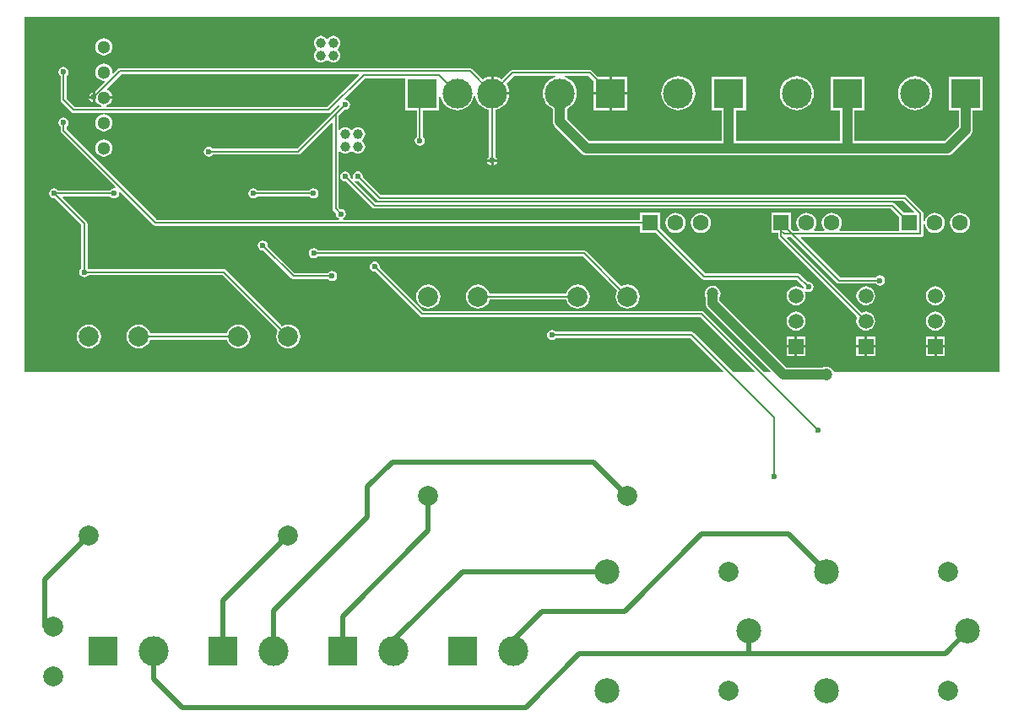
<source format=gbl>
%FSLAX25Y25*%
%MOIN*%
G70*
G01*
G75*
G04 Layer_Physical_Order=2*
G04 Layer_Color=16711680*
%ADD10R,0.02756X0.03937*%
%ADD11R,0.03937X0.02756*%
%ADD12R,0.02165X0.05709*%
%ADD13R,0.05709X0.02165*%
%ADD14R,0.03150X0.04134*%
%ADD15R,0.04724X0.14567*%
%ADD16R,0.16339X0.05000*%
%ADD17R,0.09449X0.02992*%
%ADD18R,0.02992X0.09449*%
%ADD19C,0.01969*%
%ADD20C,0.03937*%
%ADD21C,0.00787*%
%ADD22C,0.03937*%
%ADD23C,0.05118*%
%ADD24C,0.05906*%
%ADD25R,0.05906X0.05906*%
%ADD26R,0.11811X0.11811*%
%ADD27C,0.11811*%
%ADD28C,0.06299*%
%ADD29R,0.06299X0.06299*%
%ADD30C,0.07874*%
%ADD31C,0.09843*%
%ADD32C,0.02362*%
%ADD33C,0.04724*%
G36*
X519357Y236221D02*
X453830D01*
X453539Y236923D01*
X453034Y237581D01*
X452376Y238086D01*
X451610Y238403D01*
X450787Y238511D01*
X449965Y238403D01*
X449268Y238114D01*
X435207D01*
X408685Y264636D01*
Y265705D01*
X408974Y266402D01*
X409082Y267224D01*
X408974Y268047D01*
X408657Y268813D01*
X408152Y269471D01*
X407494Y269976D01*
X406728Y270293D01*
X405905Y270401D01*
X405083Y270293D01*
X404317Y269976D01*
X403659Y269471D01*
X403154Y268813D01*
X402837Y268047D01*
X402729Y267224D01*
X402837Y266402D01*
X403126Y265705D01*
Y263484D01*
X403221Y262765D01*
X403498Y262094D01*
X403940Y261519D01*
X428776Y236682D01*
X428585Y236221D01*
X426383D01*
X402552Y260051D01*
X402161Y260313D01*
X401700Y260404D01*
X401700Y260404D01*
X291799D01*
X274457Y277746D01*
X274507Y278000D01*
X274354Y278768D01*
X273919Y279419D01*
X273268Y279854D01*
X272500Y280007D01*
X271732Y279854D01*
X271081Y279419D01*
X270646Y278768D01*
X270493Y278000D01*
X270646Y277232D01*
X271081Y276581D01*
X271732Y276146D01*
X272500Y275993D01*
X272754Y276043D01*
X290448Y258348D01*
X290448Y258348D01*
X290683Y258192D01*
X290839Y258087D01*
X291300Y257996D01*
X401201D01*
X422514Y236682D01*
X422323Y236221D01*
X414105D01*
X398489Y251836D01*
X398099Y252097D01*
X397638Y252188D01*
X397638Y252188D01*
X344082D01*
X343939Y252403D01*
X343288Y252838D01*
X342520Y252991D01*
X341752Y252838D01*
X341101Y252403D01*
X340665Y251752D01*
X340513Y250984D01*
X340665Y250216D01*
X341101Y249565D01*
X341752Y249130D01*
X342520Y248977D01*
X343288Y249130D01*
X343939Y249565D01*
X344082Y249780D01*
X397139D01*
X410237Y236682D01*
X410045Y236221D01*
X134187D01*
Y376640D01*
X519357D01*
Y236221D01*
D02*
G37*
%LPC*%
G36*
X438850Y260257D02*
X437874Y260128D01*
X436964Y259751D01*
X436183Y259152D01*
X435583Y258370D01*
X435207Y257461D01*
X435078Y256484D01*
X435207Y255508D01*
X435583Y254598D01*
X436183Y253817D01*
X436964Y253217D01*
X437874Y252840D01*
X438850Y252712D01*
X439827Y252840D01*
X440737Y253217D01*
X441518Y253817D01*
X442117Y254598D01*
X442494Y255508D01*
X442623Y256484D01*
X442494Y257461D01*
X442117Y258370D01*
X441518Y259152D01*
X440737Y259751D01*
X439827Y260128D01*
X438850Y260257D01*
D02*
G37*
G36*
X493968D02*
X492992Y260128D01*
X492082Y259751D01*
X491301Y259152D01*
X490701Y258370D01*
X490324Y257461D01*
X490196Y256484D01*
X490324Y255508D01*
X490701Y254598D01*
X491301Y253817D01*
X492082Y253217D01*
X492992Y252840D01*
X493968Y252712D01*
X494945Y252840D01*
X495855Y253217D01*
X496636Y253817D01*
X497235Y254598D01*
X497612Y255508D01*
X497741Y256484D01*
X497612Y257461D01*
X497235Y258370D01*
X496636Y259152D01*
X495855Y259751D01*
X494945Y260128D01*
X493968Y260257D01*
D02*
G37*
G36*
X218685Y255135D02*
X217452Y254973D01*
X216302Y254497D01*
X215316Y253740D01*
X214558Y252753D01*
X214082Y251603D01*
X214078Y251574D01*
X183922D01*
X183918Y251603D01*
X183442Y252753D01*
X182685Y253740D01*
X181698Y254497D01*
X180548Y254973D01*
X179315Y255135D01*
X178082Y254973D01*
X176932Y254497D01*
X175945Y253740D01*
X175188Y252753D01*
X174712Y251603D01*
X174550Y250370D01*
X174712Y249137D01*
X175188Y247987D01*
X175945Y247001D01*
X176932Y246243D01*
X178082Y245767D01*
X179315Y245605D01*
X180548Y245767D01*
X181698Y246243D01*
X182685Y247001D01*
X183442Y247987D01*
X183918Y249137D01*
X183922Y249166D01*
X214078D01*
X214082Y249137D01*
X214558Y247987D01*
X215316Y247001D01*
X216302Y246243D01*
X217452Y245767D01*
X218685Y245605D01*
X219918Y245767D01*
X221068Y246243D01*
X222055Y247001D01*
X222812Y247987D01*
X223288Y249137D01*
X223450Y250370D01*
X223288Y251603D01*
X222812Y252753D01*
X222055Y253740D01*
X221068Y254497D01*
X219918Y254973D01*
X218685Y255135D01*
D02*
G37*
G36*
X493468Y250224D02*
X490228D01*
Y246984D01*
X493468D01*
Y250224D01*
D02*
G37*
G36*
X497709D02*
X494468D01*
Y246984D01*
X497709D01*
Y250224D01*
D02*
G37*
G36*
X293630Y270883D02*
X292397Y270721D01*
X291247Y270245D01*
X290261Y269488D01*
X289503Y268501D01*
X289027Y267351D01*
X288865Y266118D01*
X289027Y264885D01*
X289503Y263735D01*
X290261Y262749D01*
X291247Y261991D01*
X292397Y261515D01*
X293630Y261353D01*
X294863Y261515D01*
X296013Y261991D01*
X297000Y262749D01*
X297757Y263735D01*
X298233Y264885D01*
X298395Y266118D01*
X298233Y267351D01*
X297757Y268501D01*
X297000Y269488D01*
X296013Y270245D01*
X294863Y270721D01*
X293630Y270883D01*
D02*
G37*
G36*
X352685D02*
X351452Y270721D01*
X350302Y270245D01*
X349316Y269488D01*
X348558Y268501D01*
X348082Y267351D01*
X348078Y267322D01*
X317922D01*
X317918Y267351D01*
X317442Y268501D01*
X316685Y269488D01*
X315698Y270245D01*
X314548Y270721D01*
X313315Y270883D01*
X312082Y270721D01*
X310932Y270245D01*
X309946Y269488D01*
X309188Y268501D01*
X308712Y267351D01*
X308550Y266118D01*
X308712Y264885D01*
X309188Y263735D01*
X309946Y262749D01*
X310932Y261991D01*
X312082Y261515D01*
X313315Y261353D01*
X314548Y261515D01*
X315698Y261991D01*
X316685Y262749D01*
X317442Y263735D01*
X317918Y264885D01*
X317922Y264914D01*
X348078D01*
X348082Y264885D01*
X348558Y263735D01*
X349316Y262749D01*
X350302Y261991D01*
X351452Y261515D01*
X352685Y261353D01*
X353918Y261515D01*
X355068Y261991D01*
X356054Y262749D01*
X356812Y263735D01*
X357288Y264885D01*
X357450Y266118D01*
X357288Y267351D01*
X356812Y268501D01*
X356054Y269488D01*
X355068Y270245D01*
X353918Y270721D01*
X352685Y270883D01*
D02*
G37*
G36*
X228346Y288307D02*
X227578Y288154D01*
X226927Y287719D01*
X226492Y287068D01*
X226339Y286300D01*
X226492Y285532D01*
X226927Y284881D01*
X227578Y284446D01*
X228346Y284293D01*
X228600Y284343D01*
X239595Y273348D01*
X239595Y273348D01*
X239829Y273192D01*
X239986Y273087D01*
X240446Y272996D01*
X254137D01*
X254281Y272781D01*
X254932Y272346D01*
X255700Y272193D01*
X256468Y272346D01*
X257119Y272781D01*
X257554Y273432D01*
X257707Y274200D01*
X257554Y274968D01*
X257119Y275619D01*
X256468Y276054D01*
X255700Y276207D01*
X254932Y276054D01*
X254281Y275619D01*
X254137Y275404D01*
X240945D01*
X230303Y286046D01*
X230353Y286300D01*
X230201Y287068D01*
X229766Y287719D01*
X229115Y288154D01*
X228346Y288307D01*
D02*
G37*
G36*
X493968Y270257D02*
X492992Y270128D01*
X492082Y269751D01*
X491301Y269152D01*
X490701Y268370D01*
X490324Y267461D01*
X490196Y266484D01*
X490324Y265508D01*
X490701Y264598D01*
X491301Y263817D01*
X492082Y263217D01*
X492992Y262840D01*
X493968Y262712D01*
X494945Y262840D01*
X495855Y263217D01*
X496636Y263817D01*
X497235Y264598D01*
X497612Y265508D01*
X497741Y266484D01*
X497612Y267461D01*
X497235Y268370D01*
X496636Y269152D01*
X495855Y269751D01*
X494945Y270128D01*
X493968Y270257D01*
D02*
G37*
G36*
X248400Y285307D02*
X247632Y285154D01*
X246981Y284719D01*
X246546Y284068D01*
X246393Y283300D01*
X246546Y282532D01*
X246981Y281881D01*
X247632Y281446D01*
X248400Y281293D01*
X249168Y281446D01*
X249819Y281881D01*
X249963Y282096D01*
X354689D01*
X368261Y268524D01*
X368243Y268501D01*
X367767Y267351D01*
X367605Y266118D01*
X367767Y264885D01*
X368243Y263735D01*
X369001Y262749D01*
X369987Y261991D01*
X371137Y261515D01*
X372370Y261353D01*
X373603Y261515D01*
X374753Y261991D01*
X375740Y262749D01*
X376497Y263735D01*
X376973Y264885D01*
X377135Y266118D01*
X376973Y267351D01*
X376497Y268501D01*
X375740Y269488D01*
X374753Y270245D01*
X373603Y270721D01*
X372370Y270883D01*
X371137Y270721D01*
X369987Y270245D01*
X369964Y270227D01*
X356040Y284152D01*
X355649Y284413D01*
X355188Y284504D01*
X355188Y284504D01*
X249963D01*
X249819Y284719D01*
X249168Y285154D01*
X248400Y285307D01*
D02*
G37*
G36*
X466409Y270257D02*
X465433Y270128D01*
X464523Y269751D01*
X463742Y269152D01*
X463142Y268370D01*
X462766Y267461D01*
X462637Y266484D01*
X462766Y265508D01*
X463142Y264598D01*
X463742Y263817D01*
X464523Y263217D01*
X465433Y262840D01*
X466409Y262712D01*
X467386Y262840D01*
X468296Y263217D01*
X469077Y263817D01*
X469676Y264598D01*
X470053Y265508D01*
X470182Y266484D01*
X470053Y267461D01*
X469676Y268370D01*
X469077Y269152D01*
X468296Y269751D01*
X467386Y270128D01*
X466409Y270257D01*
D02*
G37*
G36*
X470150Y245984D02*
X466909D01*
Y242744D01*
X470150D01*
Y245984D01*
D02*
G37*
G36*
X493468D02*
X490228D01*
Y242744D01*
X493468D01*
Y245984D01*
D02*
G37*
G36*
X465909D02*
X462669D01*
Y242744D01*
X465909D01*
Y245984D01*
D02*
G37*
G36*
X438350D02*
X435110D01*
Y242744D01*
X438350D01*
Y245984D01*
D02*
G37*
G36*
X442591D02*
X439350D01*
Y242744D01*
X442591D01*
Y245984D01*
D02*
G37*
G36*
X497709D02*
X494468D01*
Y242744D01*
X497709D01*
Y245984D01*
D02*
G37*
G36*
X465909Y250224D02*
X462669D01*
Y246984D01*
X465909D01*
Y250224D01*
D02*
G37*
G36*
X470150D02*
X466909D01*
Y246984D01*
X470150D01*
Y250224D01*
D02*
G37*
G36*
X442591D02*
X439350D01*
Y246984D01*
X442591D01*
Y250224D01*
D02*
G37*
G36*
X159630Y255135D02*
X158397Y254973D01*
X157247Y254497D01*
X156261Y253740D01*
X155503Y252753D01*
X155027Y251603D01*
X154865Y250370D01*
X155027Y249137D01*
X155503Y247987D01*
X156261Y247001D01*
X157247Y246243D01*
X158397Y245767D01*
X159630Y245605D01*
X160863Y245767D01*
X162013Y246243D01*
X162999Y247001D01*
X163757Y247987D01*
X164233Y249137D01*
X164395Y250370D01*
X164233Y251603D01*
X163757Y252753D01*
X162999Y253740D01*
X162013Y254497D01*
X160863Y254973D01*
X159630Y255135D01*
D02*
G37*
G36*
X438350Y250224D02*
X435110D01*
Y246984D01*
X438350D01*
Y250224D01*
D02*
G37*
G36*
X372335Y345957D02*
X366142D01*
Y339764D01*
X372335D01*
Y345957D01*
D02*
G37*
G36*
X165545Y358190D02*
X164671Y358075D01*
X163857Y357738D01*
X163158Y357202D01*
X162622Y356503D01*
X162285Y355689D01*
X162170Y354815D01*
X162285Y353941D01*
X162622Y353127D01*
X163158Y352428D01*
X163857Y351892D01*
X164671Y351555D01*
X165545Y351440D01*
X165801Y351473D01*
X166022Y351025D01*
X162100Y347103D01*
Y344900D01*
Y342992D01*
X162368Y343046D01*
X162531Y343155D01*
X162622Y343127D01*
X163158Y342428D01*
X163857Y341892D01*
X164575Y341595D01*
X164477Y341104D01*
X154099D01*
X150804Y344399D01*
Y353358D01*
X151019Y353501D01*
X151454Y354152D01*
X151607Y354920D01*
X151454Y355689D01*
X151019Y356340D01*
X150368Y356775D01*
X149600Y356927D01*
X148832Y356775D01*
X148181Y356340D01*
X147746Y355689D01*
X147593Y354920D01*
X147746Y354152D01*
X148181Y353501D01*
X148396Y353358D01*
Y343900D01*
X148396Y343900D01*
X148487Y343439D01*
X148749Y343049D01*
X152749Y339049D01*
X152749Y339049D01*
X152983Y338892D01*
X153139Y338787D01*
X153600Y338696D01*
X254384D01*
X254384Y338696D01*
X254845Y338787D01*
X255236Y339049D01*
X258303Y342116D01*
X258580Y341968D01*
X258654Y341473D01*
X241785Y324604D01*
X208563D01*
X208419Y324819D01*
X207768Y325254D01*
X207000Y325407D01*
X206232Y325254D01*
X205581Y324819D01*
X205146Y324168D01*
X204993Y323400D01*
X205146Y322632D01*
X205581Y321981D01*
X206232Y321546D01*
X207000Y321393D01*
X207768Y321546D01*
X208419Y321981D01*
X208563Y322196D01*
X242284D01*
X242284Y322196D01*
X242744Y322287D01*
X243135Y322549D01*
X255420Y334834D01*
X255882Y334642D01*
Y300913D01*
X255882Y300913D01*
X255974Y300453D01*
X256235Y300062D01*
X257243Y299054D01*
X257193Y298800D01*
X257346Y298032D01*
X257781Y297381D01*
X258413Y296958D01*
X258268Y296480D01*
X186522D01*
X150804Y332198D01*
Y333337D01*
X151019Y333481D01*
X151454Y334132D01*
X151607Y334900D01*
X151454Y335668D01*
X151019Y336319D01*
X150368Y336754D01*
X149600Y336907D01*
X148832Y336754D01*
X148181Y336319D01*
X147746Y335668D01*
X147593Y334900D01*
X147746Y334132D01*
X148181Y333481D01*
X148396Y333337D01*
Y331699D01*
X148396Y331699D01*
X148487Y331238D01*
X148749Y330848D01*
X170368Y309228D01*
X170132Y308787D01*
X169579Y308897D01*
X168811Y308745D01*
X168160Y308309D01*
X168016Y308094D01*
X147473D01*
X147329Y308309D01*
X146678Y308744D01*
X145910Y308897D01*
X145142Y308744D01*
X144491Y308309D01*
X144056Y307658D01*
X143903Y306890D01*
X144056Y306122D01*
X144491Y305471D01*
X145142Y305035D01*
X145910Y304883D01*
X146164Y304933D01*
X156696Y294401D01*
Y277363D01*
X156481Y277219D01*
X156046Y276568D01*
X155893Y275800D01*
X156046Y275032D01*
X156481Y274381D01*
X157132Y273946D01*
X157900Y273793D01*
X158668Y273946D01*
X159319Y274381D01*
X159463Y274596D01*
X212441D01*
X234261Y252776D01*
X234243Y252753D01*
X233767Y251603D01*
X233605Y250370D01*
X233767Y249137D01*
X234243Y247987D01*
X235000Y247001D01*
X235987Y246243D01*
X237137Y245767D01*
X238370Y245605D01*
X239603Y245767D01*
X240753Y246243D01*
X241740Y247001D01*
X242497Y247987D01*
X242973Y249137D01*
X243135Y250370D01*
X242973Y251603D01*
X242497Y252753D01*
X241740Y253740D01*
X240753Y254497D01*
X239603Y254973D01*
X238370Y255135D01*
X237137Y254973D01*
X235987Y254497D01*
X235964Y254479D01*
X213791Y276652D01*
X213401Y276913D01*
X212940Y277004D01*
X212940Y277004D01*
X159463D01*
X159319Y277219D01*
X159104Y277363D01*
Y294900D01*
X159104Y294900D01*
X159013Y295361D01*
X158751Y295752D01*
X158751Y295752D01*
X149279Y305224D01*
X149471Y305686D01*
X168016D01*
X168160Y305471D01*
X168811Y305036D01*
X169579Y304883D01*
X170347Y305036D01*
X170998Y305471D01*
X171433Y306122D01*
X171586Y306890D01*
X171476Y307443D01*
X171917Y307679D01*
X185172Y294424D01*
X185172Y294424D01*
X185406Y294268D01*
X185563Y294163D01*
X186024Y294071D01*
X377349D01*
Y291339D01*
X383520D01*
X401710Y273148D01*
X401710Y273148D01*
X402100Y272887D01*
X402561Y272796D01*
X439211D01*
X441843Y270163D01*
X441793Y269909D01*
X441882Y269462D01*
X441457Y269198D01*
X440737Y269751D01*
X439827Y270128D01*
X438850Y270257D01*
X437874Y270128D01*
X436964Y269751D01*
X436183Y269152D01*
X435583Y268370D01*
X435207Y267461D01*
X435078Y266484D01*
X435207Y265508D01*
X435583Y264598D01*
X436183Y263817D01*
X436964Y263217D01*
X437874Y262840D01*
X438850Y262712D01*
X439827Y262840D01*
X440737Y263217D01*
X441518Y263817D01*
X442117Y264598D01*
X442494Y265508D01*
X442623Y266484D01*
X442494Y267461D01*
X442278Y267984D01*
X442664Y268301D01*
X443032Y268055D01*
X443800Y267902D01*
X444568Y268055D01*
X445219Y268490D01*
X445654Y269141D01*
X445807Y269909D01*
X445654Y270677D01*
X445219Y271329D01*
X444568Y271764D01*
X443800Y271917D01*
X443546Y271866D01*
X440561Y274851D01*
X440170Y275113D01*
X439709Y275204D01*
X439709Y275204D01*
X403060D01*
X385223Y293042D01*
Y299213D01*
X377349D01*
Y296480D01*
X260132D01*
X259987Y296958D01*
X260619Y297381D01*
X261054Y298032D01*
X261207Y298800D01*
X261054Y299568D01*
X260619Y300219D01*
X259968Y300654D01*
X259200Y300807D01*
X258946Y300757D01*
X258291Y301412D01*
Y323469D01*
X258764Y323630D01*
X258979Y323349D01*
X259555Y322908D01*
X260226Y322630D01*
X260945Y322535D01*
X261664Y322630D01*
X262335Y322908D01*
X262910Y323349D01*
X263195Y323720D01*
X263695D01*
X263979Y323349D01*
X264555Y322908D01*
X265226Y322630D01*
X265945Y322535D01*
X266664Y322630D01*
X267335Y322908D01*
X267910Y323349D01*
X268352Y323925D01*
X268630Y324595D01*
X268725Y325315D01*
X268630Y326034D01*
X268352Y326705D01*
X267910Y327280D01*
X267540Y327565D01*
Y328065D01*
X267910Y328349D01*
X268352Y328925D01*
X268630Y329595D01*
X268725Y330315D01*
X268630Y331034D01*
X268352Y331705D01*
X267910Y332280D01*
X267335Y332722D01*
X266664Y333000D01*
X265945Y333095D01*
X265226Y333000D01*
X264555Y332722D01*
X263979Y332280D01*
X263695Y331910D01*
X263195D01*
X262910Y332280D01*
X262335Y332722D01*
X261664Y333000D01*
X260945Y333095D01*
X260226Y333000D01*
X259555Y332722D01*
X258979Y332280D01*
X258764Y332000D01*
X258291Y332161D01*
Y337704D01*
X260495Y339908D01*
X260748Y339858D01*
X261516Y340010D01*
X262168Y340446D01*
X262603Y341097D01*
X262755Y341865D01*
X262603Y342633D01*
X262168Y343284D01*
X261516Y343719D01*
X260748Y343872D01*
X260733Y343869D01*
X260497Y344310D01*
X268583Y352396D01*
X284646D01*
Y339764D01*
X289150D01*
Y329319D01*
X288935Y329175D01*
X288500Y328524D01*
X288347Y327756D01*
X288500Y326988D01*
X288935Y326337D01*
X289586Y325902D01*
X290354Y325749D01*
X291122Y325902D01*
X291774Y326337D01*
X292209Y326988D01*
X292361Y327756D01*
X292209Y328524D01*
X291774Y329175D01*
X291559Y329319D01*
Y339764D01*
X298031D01*
Y345058D01*
X298526Y345131D01*
X298905Y343883D01*
X299526Y342720D01*
X300363Y341701D01*
X301382Y340865D01*
X302544Y340243D01*
X303806Y339861D01*
X305118Y339731D01*
X306430Y339861D01*
X307692Y340243D01*
X308855Y340865D01*
X309874Y341701D01*
X310710Y342720D01*
X311332Y343883D01*
X311714Y345145D01*
X311758Y345588D01*
X312258D01*
X312301Y345145D01*
X312684Y343883D01*
X313306Y342720D01*
X314142Y341701D01*
X315161Y340865D01*
X316324Y340243D01*
X317586Y339861D01*
X317693Y339850D01*
Y321445D01*
X317478Y321301D01*
X317043Y320650D01*
X316990Y320382D01*
X320805D01*
X320752Y320650D01*
X320317Y321301D01*
X320102Y321445D01*
Y339850D01*
X320210Y339861D01*
X321471Y340243D01*
X322634Y340865D01*
X323653Y341701D01*
X324489Y342720D01*
X325111Y343883D01*
X325494Y345145D01*
X325574Y345957D01*
X318898D01*
Y346457D01*
X318398D01*
Y353133D01*
X317586Y353053D01*
X316324Y352670D01*
X315161Y352048D01*
X315077Y351980D01*
X311006Y356051D01*
X310615Y356313D01*
X310154Y356404D01*
X310154Y356404D01*
X171900D01*
X171900Y356404D01*
X171439Y356313D01*
X171048Y356051D01*
X169335Y354338D01*
X168886Y354559D01*
X168920Y354815D01*
X168805Y355689D01*
X168468Y356503D01*
X167932Y357202D01*
X167233Y357738D01*
X166419Y358075D01*
X165545Y358190D01*
D02*
G37*
G36*
X365142Y345957D02*
X358949D01*
Y339764D01*
X365142D01*
Y345957D01*
D02*
G37*
G36*
X439130Y353182D02*
X437818Y353053D01*
X436556Y352670D01*
X435394Y352048D01*
X434375Y351212D01*
X433538Y350193D01*
X432917Y349030D01*
X432534Y347769D01*
X432405Y346457D01*
X432534Y345145D01*
X432917Y343883D01*
X433538Y342720D01*
X434375Y341701D01*
X435394Y340865D01*
X436556Y340243D01*
X437818Y339861D01*
X439130Y339731D01*
X440442Y339861D01*
X441704Y340243D01*
X442866Y340865D01*
X443886Y341701D01*
X444722Y342720D01*
X445343Y343883D01*
X445726Y345145D01*
X445855Y346457D01*
X445726Y347769D01*
X445343Y349030D01*
X444722Y350193D01*
X443886Y351212D01*
X442866Y352048D01*
X441704Y352670D01*
X440442Y353053D01*
X439130Y353182D01*
D02*
G37*
G36*
X485874D02*
X484562Y353053D01*
X483300Y352670D01*
X482138Y352048D01*
X481118Y351212D01*
X480282Y350193D01*
X479661Y349030D01*
X479278Y347769D01*
X479149Y346457D01*
X479278Y345145D01*
X479661Y343883D01*
X480282Y342720D01*
X481118Y341701D01*
X482138Y340865D01*
X483300Y340243D01*
X484562Y339861D01*
X485874Y339731D01*
X487186Y339861D01*
X488448Y340243D01*
X489610Y340865D01*
X490629Y341701D01*
X491466Y342720D01*
X492087Y343883D01*
X492470Y345145D01*
X492599Y346457D01*
X492470Y347769D01*
X492087Y349030D01*
X491466Y350193D01*
X490629Y351212D01*
X489610Y352048D01*
X488448Y352670D01*
X487186Y353053D01*
X485874Y353182D01*
D02*
G37*
G36*
X161100Y344400D02*
X159692D01*
X159746Y344132D01*
X160181Y343481D01*
X160832Y343046D01*
X161100Y342992D01*
Y344400D01*
D02*
G37*
G36*
X165545Y368190D02*
X164671Y368075D01*
X163857Y367738D01*
X163158Y367202D01*
X162622Y366503D01*
X162285Y365689D01*
X162170Y364815D01*
X162285Y363941D01*
X162622Y363127D01*
X163158Y362428D01*
X163857Y361892D01*
X164671Y361555D01*
X165545Y361440D01*
X166419Y361555D01*
X167233Y361892D01*
X167932Y362428D01*
X168468Y363127D01*
X168805Y363941D01*
X168920Y364815D01*
X168805Y365689D01*
X168468Y366503D01*
X167932Y367202D01*
X167233Y367738D01*
X166419Y368075D01*
X165545Y368190D01*
D02*
G37*
G36*
X256245Y369195D02*
X255525Y369100D01*
X254855Y368822D01*
X254279Y368380D01*
X253995Y368010D01*
X253495D01*
X253210Y368380D01*
X252635Y368822D01*
X251964Y369100D01*
X251245Y369195D01*
X250525Y369100D01*
X249855Y368822D01*
X249279Y368380D01*
X248838Y367805D01*
X248560Y367134D01*
X248465Y366415D01*
X248560Y365696D01*
X248838Y365025D01*
X249279Y364449D01*
X249650Y364165D01*
Y363665D01*
X249279Y363381D01*
X248838Y362805D01*
X248560Y362134D01*
X248465Y361415D01*
X248560Y360696D01*
X248838Y360025D01*
X249279Y359449D01*
X249855Y359008D01*
X250525Y358730D01*
X251245Y358635D01*
X251964Y358730D01*
X252635Y359008D01*
X253210Y359449D01*
X253495Y359820D01*
X253995D01*
X254279Y359449D01*
X254855Y359008D01*
X255525Y358730D01*
X256245Y358635D01*
X256964Y358730D01*
X257635Y359008D01*
X258210Y359449D01*
X258652Y360025D01*
X258930Y360696D01*
X259025Y361415D01*
X258930Y362134D01*
X258652Y362805D01*
X258210Y363381D01*
X257840Y363665D01*
Y364165D01*
X258210Y364449D01*
X258652Y365025D01*
X258930Y365696D01*
X259025Y366415D01*
X258930Y367134D01*
X258652Y367805D01*
X258210Y368380D01*
X257635Y368822D01*
X256964Y369100D01*
X256245Y369195D01*
D02*
G37*
G36*
X357498Y355804D02*
X357498Y355804D01*
X327041D01*
X327041Y355804D01*
X326580Y355713D01*
X326189Y355451D01*
X326189Y355451D01*
X322718Y351980D01*
X322634Y352048D01*
X321471Y352670D01*
X320210Y353053D01*
X319398Y353133D01*
Y346957D01*
X325574D01*
X325494Y347769D01*
X325111Y349030D01*
X324489Y350193D01*
X324421Y350277D01*
X327540Y353396D01*
X343757D01*
X343830Y352901D01*
X343068Y352670D01*
X341905Y352048D01*
X340886Y351212D01*
X340050Y350193D01*
X339428Y349030D01*
X339046Y347769D01*
X338916Y346457D01*
X339046Y345145D01*
X339428Y343883D01*
X340050Y342720D01*
X340886Y341701D01*
X341905Y340865D01*
X342862Y340353D01*
Y335264D01*
X342957Y334544D01*
X343234Y333874D01*
X343676Y333298D01*
X354137Y322838D01*
X354713Y322396D01*
X355383Y322118D01*
X356102Y322024D01*
X498721D01*
X499440Y322118D01*
X500110Y322396D01*
X500686Y322838D01*
X500686Y322838D01*
X500686Y322838D01*
X507839Y329991D01*
X508281Y330567D01*
X508559Y331237D01*
X508654Y331957D01*
Y339764D01*
X512567D01*
Y353150D01*
X499181D01*
Y339764D01*
X503094D01*
Y333108D01*
X497569Y327583D01*
X461910D01*
Y339764D01*
X465823D01*
Y353150D01*
X452437D01*
Y339764D01*
X456350D01*
Y327583D01*
X415166D01*
Y339764D01*
X419079D01*
Y353150D01*
X405693D01*
Y339764D01*
X409606D01*
Y327583D01*
X357254D01*
X348422Y336415D01*
Y340353D01*
X349378Y340865D01*
X350397Y341701D01*
X351234Y342720D01*
X351855Y343883D01*
X352238Y345145D01*
X352367Y346457D01*
X352238Y347769D01*
X351855Y349030D01*
X351234Y350193D01*
X350397Y351212D01*
X349378Y352048D01*
X348216Y352670D01*
X347453Y352901D01*
X347527Y353396D01*
X357000D01*
X358949Y351447D01*
Y346957D01*
X365142D01*
Y353150D01*
X360652D01*
X358350Y355451D01*
X357959Y355713D01*
X357498Y355804D01*
D02*
G37*
G36*
X161100Y346808D02*
X160832Y346754D01*
X160181Y346319D01*
X159746Y345668D01*
X159692Y345400D01*
X161100D01*
Y346808D01*
D02*
G37*
G36*
X372335Y353150D02*
X366142D01*
Y346957D01*
X372335D01*
Y353150D01*
D02*
G37*
G36*
X265866Y315707D02*
X265098Y315554D01*
X264447Y315119D01*
X264012Y314468D01*
X263859Y313700D01*
X264012Y312932D01*
X264087Y312820D01*
X263701Y312502D01*
X262803Y313400D01*
X262854Y313653D01*
X262701Y314421D01*
X262266Y315072D01*
X261615Y315508D01*
X260847Y315660D01*
X260079Y315508D01*
X259428Y315072D01*
X258993Y314421D01*
X258840Y313653D01*
X258993Y312885D01*
X259428Y312234D01*
X260079Y311799D01*
X260847Y311646D01*
X261100Y311697D01*
X271549Y301249D01*
X271549Y301249D01*
X271939Y300987D01*
X271939Y300987D01*
X271939Y300987D01*
D01*
X271939Y300987D01*
X271939Y300987D01*
X272400Y300896D01*
X476325D01*
X479711Y297510D01*
Y292104D01*
X456088D01*
X455867Y292553D01*
X456433Y293290D01*
X456830Y294248D01*
X456965Y295276D01*
X456830Y296303D01*
X456433Y297261D01*
X455802Y298083D01*
X454979Y298715D01*
X454022Y299111D01*
X452994Y299247D01*
X451966Y299111D01*
X451008Y298715D01*
X450186Y298083D01*
X449555Y297261D01*
X449158Y296303D01*
X449023Y295276D01*
X449158Y294248D01*
X449555Y293290D01*
X450121Y292553D01*
X449899Y292104D01*
X446088D01*
X445867Y292553D01*
X446433Y293290D01*
X446830Y294248D01*
X446965Y295276D01*
X446830Y296303D01*
X446433Y297261D01*
X445802Y298083D01*
X444979Y298715D01*
X444022Y299111D01*
X442994Y299247D01*
X441966Y299111D01*
X441008Y298715D01*
X440186Y298083D01*
X439555Y297261D01*
X439158Y296303D01*
X439023Y295276D01*
X439158Y294248D01*
X439555Y293290D01*
X440121Y292553D01*
X439899Y292104D01*
X437868D01*
X436931Y293042D01*
Y299213D01*
X429057D01*
Y291339D01*
X431790D01*
Y289900D01*
X431789Y289900D01*
X431881Y289439D01*
X432142Y289048D01*
X463048Y258142D01*
X462766Y257461D01*
X462637Y256484D01*
X462766Y255508D01*
X463142Y254598D01*
X463742Y253817D01*
X464523Y253217D01*
X465433Y252840D01*
X466409Y252712D01*
X467386Y252840D01*
X468296Y253217D01*
X469077Y253817D01*
X469676Y254598D01*
X470053Y255508D01*
X470182Y256484D01*
X470053Y257461D01*
X469676Y258370D01*
X469077Y259152D01*
X468296Y259751D01*
X467386Y260128D01*
X466409Y260257D01*
X465433Y260128D01*
X464751Y259846D01*
X435363Y289234D01*
X435554Y289696D01*
X436871D01*
X454908Y271658D01*
X454909Y271658D01*
X455299Y271397D01*
X455299Y271397D01*
X455299Y271397D01*
D01*
X455299Y271397D01*
X455299Y271397D01*
X455760Y271305D01*
X455760Y271305D01*
X470437D01*
X470581Y271090D01*
X471232Y270655D01*
X472000Y270502D01*
X472768Y270655D01*
X473419Y271090D01*
X473854Y271741D01*
X474007Y272509D01*
X473854Y273277D01*
X473419Y273929D01*
X472768Y274364D01*
X472000Y274517D01*
X471232Y274364D01*
X470581Y273929D01*
X470437Y273714D01*
X456259D01*
X440739Y289234D01*
X440930Y289696D01*
X488000D01*
X488461Y289787D01*
X488851Y290049D01*
X489113Y290439D01*
X489204Y290900D01*
Y295043D01*
X489703Y295075D01*
X489703Y295075D01*
D01*
X489812Y294248D01*
X490209Y293290D01*
X490840Y292468D01*
X491662Y291837D01*
X492620Y291440D01*
X493648Y291305D01*
X494676Y291440D01*
X495633Y291837D01*
X496456Y292468D01*
X497087Y293290D01*
X497483Y294248D01*
X497619Y295276D01*
X497483Y296303D01*
X497087Y297261D01*
X496456Y298083D01*
X495633Y298715D01*
X494676Y299111D01*
X493648Y299247D01*
X492620Y299111D01*
X491662Y298715D01*
X490840Y298083D01*
X490209Y297261D01*
X489812Y296303D01*
X489703Y295476D01*
X489204Y295508D01*
Y298900D01*
X489113Y299361D01*
X489008Y299517D01*
X488851Y299751D01*
X488851Y299751D01*
X482652Y305951D01*
X482261Y306213D01*
X481800Y306304D01*
X481800Y306304D01*
X274965D01*
X267823Y313446D01*
X267874Y313700D01*
X267721Y314468D01*
X267286Y315119D01*
X266634Y315554D01*
X265866Y315707D01*
D02*
G37*
G36*
X391286Y299247D02*
X390258Y299111D01*
X389300Y298715D01*
X388478Y298083D01*
X387847Y297261D01*
X387450Y296303D01*
X387315Y295276D01*
X387450Y294248D01*
X387847Y293290D01*
X388478Y292468D01*
X389300Y291837D01*
X390258Y291440D01*
X391286Y291305D01*
X392313Y291440D01*
X393271Y291837D01*
X394093Y292468D01*
X394725Y293290D01*
X395121Y294248D01*
X395257Y295276D01*
X395121Y296303D01*
X394725Y297261D01*
X394093Y298083D01*
X393271Y298715D01*
X392313Y299111D01*
X391286Y299247D01*
D02*
G37*
G36*
X248319Y308897D02*
X247551Y308744D01*
X246900Y308309D01*
X246756Y308094D01*
X226173D01*
X226029Y308309D01*
X225378Y308744D01*
X224610Y308897D01*
X223842Y308744D01*
X223191Y308309D01*
X222756Y307658D01*
X222603Y306890D01*
X222756Y306122D01*
X223191Y305471D01*
X223842Y305035D01*
X224610Y304883D01*
X225378Y305035D01*
X226029Y305471D01*
X226173Y305686D01*
X246756D01*
X246900Y305471D01*
X247551Y305035D01*
X248319Y304883D01*
X249087Y305035D01*
X249738Y305471D01*
X250173Y306122D01*
X250326Y306890D01*
X250173Y307658D01*
X249738Y308309D01*
X249087Y308744D01*
X248319Y308897D01*
D02*
G37*
G36*
X503648Y299247D02*
X502620Y299111D01*
X501662Y298715D01*
X500840Y298083D01*
X500209Y297261D01*
X499812Y296303D01*
X499677Y295276D01*
X499812Y294248D01*
X500209Y293290D01*
X500840Y292468D01*
X501662Y291837D01*
X502620Y291440D01*
X503648Y291305D01*
X504676Y291440D01*
X505633Y291837D01*
X506456Y292468D01*
X507087Y293290D01*
X507483Y294248D01*
X507619Y295276D01*
X507483Y296303D01*
X507087Y297261D01*
X506456Y298083D01*
X505633Y298715D01*
X504676Y299111D01*
X503648Y299247D01*
D02*
G37*
G36*
X401286D02*
X400258Y299111D01*
X399300Y298715D01*
X398478Y298083D01*
X397847Y297261D01*
X397450Y296303D01*
X397315Y295276D01*
X397450Y294248D01*
X397847Y293290D01*
X398478Y292468D01*
X399300Y291837D01*
X400258Y291440D01*
X401286Y291305D01*
X402313Y291440D01*
X403271Y291837D01*
X404094Y292468D01*
X404725Y293290D01*
X405121Y294248D01*
X405257Y295276D01*
X405121Y296303D01*
X404725Y297261D01*
X404094Y298083D01*
X403271Y298715D01*
X402313Y299111D01*
X401286Y299247D01*
D02*
G37*
G36*
X165545Y338190D02*
X164671Y338075D01*
X163857Y337738D01*
X163158Y337202D01*
X162622Y336503D01*
X162285Y335689D01*
X162170Y334815D01*
X162285Y333941D01*
X162622Y333127D01*
X163158Y332428D01*
X163857Y331892D01*
X164671Y331555D01*
X165545Y331440D01*
X166419Y331555D01*
X167233Y331892D01*
X167932Y332428D01*
X168468Y333127D01*
X168805Y333941D01*
X168920Y334815D01*
X168805Y335689D01*
X168468Y336503D01*
X167932Y337202D01*
X167233Y337738D01*
X166419Y338075D01*
X165545Y338190D01*
D02*
G37*
G36*
X392386Y353182D02*
X391074Y353053D01*
X389812Y352670D01*
X388649Y352048D01*
X387630Y351212D01*
X386794Y350193D01*
X386172Y349030D01*
X385790Y347769D01*
X385661Y346457D01*
X385790Y345145D01*
X386172Y343883D01*
X386794Y342720D01*
X387630Y341701D01*
X388649Y340865D01*
X389812Y340243D01*
X391074Y339861D01*
X392386Y339731D01*
X393698Y339861D01*
X394959Y340243D01*
X396122Y340865D01*
X397141Y341701D01*
X397978Y342720D01*
X398599Y343883D01*
X398982Y345145D01*
X399111Y346457D01*
X398982Y347769D01*
X398599Y349030D01*
X397978Y350193D01*
X397141Y351212D01*
X396122Y352048D01*
X394959Y352670D01*
X393698Y353053D01*
X392386Y353182D01*
D02*
G37*
G36*
X165545Y328190D02*
X164671Y328075D01*
X163857Y327738D01*
X163158Y327202D01*
X162622Y326503D01*
X162285Y325689D01*
X162170Y324815D01*
X162285Y323941D01*
X162622Y323127D01*
X163158Y322428D01*
X163857Y321892D01*
X164671Y321555D01*
X165545Y321440D01*
X166419Y321555D01*
X167233Y321892D01*
X167932Y322428D01*
X168468Y323127D01*
X168805Y323941D01*
X168920Y324815D01*
X168805Y325689D01*
X168468Y326503D01*
X167932Y327202D01*
X167233Y327738D01*
X166419Y328075D01*
X165545Y328190D01*
D02*
G37*
G36*
X318398Y319382D02*
X316990D01*
X317043Y319114D01*
X317478Y318463D01*
X318130Y318028D01*
X318398Y317974D01*
Y319382D01*
D02*
G37*
G36*
X320805D02*
X319398D01*
Y317974D01*
X319666Y318028D01*
X320317Y318463D01*
X320752Y319114D01*
X320805Y319382D01*
D02*
G37*
%LPD*%
G36*
X266315Y353534D02*
X253886Y341104D01*
X166613D01*
X166515Y341595D01*
X167233Y341892D01*
X167932Y342428D01*
X168468Y343127D01*
X168805Y343941D01*
X168854Y344315D01*
X165545D01*
Y345315D01*
X168854D01*
X168805Y345689D01*
X168468Y346503D01*
X167932Y347202D01*
X167233Y347738D01*
X166876Y347885D01*
X166779Y348376D01*
X172399Y353996D01*
X266124D01*
X266315Y353534D01*
D02*
G37*
G36*
X265098Y311846D02*
X265866Y311693D01*
X266120Y311743D01*
X273615Y304248D01*
X273615Y304248D01*
X274006Y303987D01*
X274006Y303987D01*
X274006Y303987D01*
D01*
X274006Y303987D01*
X274006Y303987D01*
X274466Y303896D01*
X274466Y303896D01*
X481301D01*
X485522Y299675D01*
X485331Y299213D01*
X481414D01*
X477675Y302952D01*
X477284Y303213D01*
X476823Y303304D01*
X476823Y303304D01*
X272899D01*
X264669Y311534D01*
X264986Y311921D01*
X265098Y311846D01*
D02*
G37*
D19*
X353346Y125000D02*
X497835D01*
X420079Y125197D02*
X420276Y125000D01*
X420079Y125197D02*
Y133858D01*
X332193Y103846D02*
X353346Y125000D01*
X196457Y103846D02*
X332193D01*
X185354Y114949D02*
X196457Y103846D01*
X401575Y172244D02*
X436024D01*
X371063Y141732D02*
X401575Y172244D01*
X338583Y141732D02*
X371063D01*
X327087Y125984D02*
Y130236D01*
X338583Y141732D01*
X497835Y125000D02*
X506693Y133858D01*
X436024Y172244D02*
X450787Y157480D01*
X307087D02*
X364173D01*
X279843Y130236D02*
X307087Y157480D01*
X279843Y125984D02*
Y130236D01*
X293630Y173551D02*
Y187378D01*
X259843Y139764D02*
X293630Y173551D01*
X259843Y125984D02*
Y139764D01*
X269685Y179134D02*
Y190945D01*
X232598Y142047D02*
X269685Y179134D01*
X232598Y125984D02*
Y142047D01*
X142323Y154323D02*
X159630Y171630D01*
X142323Y135827D02*
Y154323D01*
X212598Y145858D02*
X238370Y171630D01*
X212598Y125984D02*
Y145858D01*
X185354Y114949D02*
Y125984D01*
X269685Y190945D02*
X279528Y200787D01*
X358961D01*
X372370Y187378D01*
D20*
X405905Y263484D02*
Y267224D01*
Y263484D02*
X434055Y235335D01*
X450787D01*
X356102Y324803D02*
X498721D01*
X412386Y325476D02*
Y346457D01*
X459130Y325319D02*
Y346457D01*
X505874Y331957D02*
Y346457D01*
X498721Y324803D02*
X505874Y331957D01*
X345642Y335264D02*
X356102Y324803D01*
X345642Y335264D02*
Y346457D01*
D21*
X242284Y323400D02*
X260748Y341865D01*
X257087Y300913D02*
Y338203D01*
Y300913D02*
X259200Y298800D01*
X186024Y295276D02*
X381286D01*
X149600Y331699D02*
X186024Y295276D01*
X149600Y331699D02*
Y334900D01*
X318898Y346457D02*
X318898Y346457D01*
Y319882D02*
Y346457D01*
X290354Y345472D02*
X291339Y346457D01*
X290354Y327756D02*
Y345472D01*
X342520Y250984D02*
X397638D01*
X430118Y218504D01*
Y194882D02*
Y218504D01*
X437369Y290900D02*
X488000D01*
X434094D02*
X437369D01*
X455760Y272509D01*
X432994Y295276D02*
X437369Y290900D01*
X432994Y292000D02*
Y295276D01*
Y289900D02*
Y292000D01*
X260847Y313653D02*
X272400Y302100D01*
X476823D01*
X483648Y295276D01*
X272500Y278000D02*
X291300Y259200D01*
X401700D01*
X447400Y213500D01*
X297975Y353600D02*
X305118Y346457D01*
X268084Y353600D02*
X297975D01*
X254384Y339900D02*
X268084Y353600D01*
X153600Y339900D02*
X254384D01*
X149600Y343900D02*
X153600Y339900D01*
X149600Y343900D02*
Y354920D01*
X310154Y355200D02*
X318898Y346457D01*
X171900Y355200D02*
X310154D01*
X161600Y344900D02*
X171900Y355200D01*
X432994Y289900D02*
X466409Y256484D01*
X381286Y295276D02*
X402561Y274000D01*
X439709D01*
X443800Y269909D01*
X228346Y286300D02*
X240446Y274200D01*
X255700D01*
X432994Y292000D02*
X434094Y290900D01*
X488000D02*
Y298900D01*
X481800Y305100D02*
X488000Y298900D01*
X274466Y305100D02*
X481800D01*
X265866Y313700D02*
X274466Y305100D01*
X145910Y306890D02*
X157900Y294900D01*
Y275800D02*
Y294900D01*
X455760Y272509D02*
X472000D01*
X207000Y323400D02*
X242284D01*
X157900Y275800D02*
X212940D01*
X238370Y250370D01*
X145910Y306890D02*
X169579D01*
X169579Y306890D01*
X248400Y283300D02*
X355188D01*
X372370Y266118D01*
X318898Y346457D02*
X327041Y354600D01*
X357498D01*
X365642Y346457D01*
X224610Y306890D02*
X248319D01*
X179315Y250370D02*
X218685D01*
X313315Y266118D02*
X352685D01*
D22*
X260945Y330315D02*
D03*
X251245Y361415D02*
D03*
X256245D02*
D03*
Y366415D02*
D03*
X251245D02*
D03*
X265945Y330315D02*
D03*
X260945Y325315D02*
D03*
X265945D02*
D03*
D23*
X165545Y364815D02*
D03*
Y354815D02*
D03*
Y344815D02*
D03*
Y334815D02*
D03*
Y324815D02*
D03*
D24*
X493968Y266484D02*
D03*
Y256484D02*
D03*
X466409Y266484D02*
D03*
Y256484D02*
D03*
X438850Y266484D02*
D03*
Y256484D02*
D03*
D25*
X493968Y246484D02*
D03*
X466409D02*
D03*
X438850D02*
D03*
D26*
X412386Y346457D02*
D03*
X459130D02*
D03*
X505874D02*
D03*
X291339D02*
D03*
X212598Y125984D02*
D03*
X165354D02*
D03*
X259843D02*
D03*
X365642Y346457D02*
D03*
X307087Y125984D02*
D03*
D27*
X392386Y346457D02*
D03*
X439130D02*
D03*
X485874D02*
D03*
X305118D02*
D03*
X318898D02*
D03*
X232598Y125984D02*
D03*
X185354D02*
D03*
X279843D02*
D03*
X345642Y346457D02*
D03*
X327087Y125984D02*
D03*
D28*
X401286Y295276D02*
D03*
X391286D02*
D03*
X452994D02*
D03*
X442994D02*
D03*
X503648D02*
D03*
X493648D02*
D03*
D29*
X381286D02*
D03*
X432994D02*
D03*
X483648D02*
D03*
D30*
X159630Y250370D02*
D03*
X179315D02*
D03*
X218685D02*
D03*
X238370D02*
D03*
Y171630D02*
D03*
X159630D02*
D03*
X293630Y266118D02*
D03*
X313315D02*
D03*
X352685D02*
D03*
X372370D02*
D03*
Y187378D02*
D03*
X293630D02*
D03*
X412205Y157480D02*
D03*
Y110236D02*
D03*
X498819Y157480D02*
D03*
Y110236D02*
D03*
X145669Y116142D02*
D03*
Y135827D02*
D03*
D31*
X364173Y157480D02*
D03*
Y110236D02*
D03*
X420079Y133858D02*
D03*
X450787Y157480D02*
D03*
Y110236D02*
D03*
X506693Y133858D02*
D03*
D32*
X472000Y272509D02*
D03*
X318898Y319882D02*
D03*
X290354Y327756D02*
D03*
X342520Y250984D02*
D03*
X430118Y194882D02*
D03*
X260847Y313653D02*
D03*
X272500Y278000D02*
D03*
X447400Y213500D02*
D03*
X149600Y334900D02*
D03*
Y354920D02*
D03*
X161600Y344900D02*
D03*
X443800Y269909D02*
D03*
X228346Y286300D02*
D03*
X255700Y274200D02*
D03*
X265866Y313700D02*
D03*
X145910Y306890D02*
D03*
X260748Y341865D02*
D03*
X207000Y323400D02*
D03*
X259200Y298800D02*
D03*
X157900Y275800D02*
D03*
X169579Y306890D02*
D03*
X248400Y283300D02*
D03*
X248319Y306890D02*
D03*
X224610D02*
D03*
D33*
X405905Y267224D02*
D03*
X450787Y235335D02*
D03*
M02*

</source>
